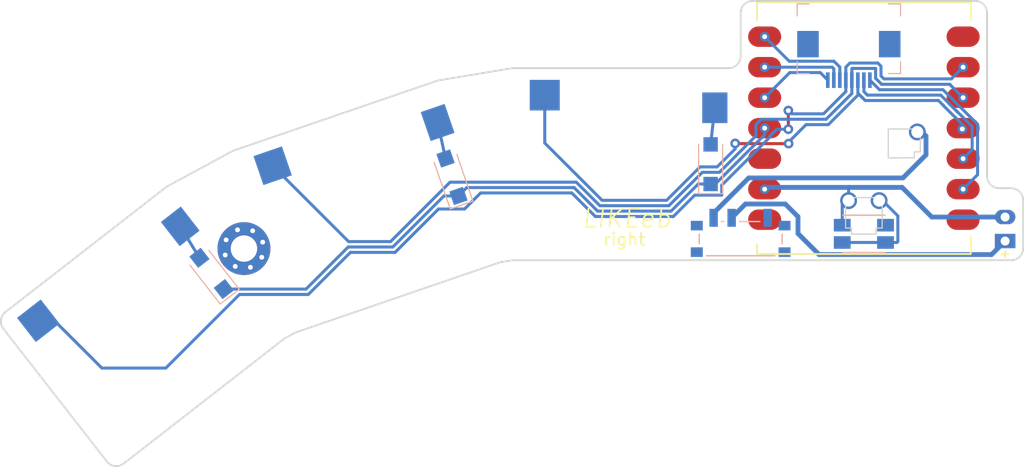
<source format=kicad_pcb>
(kicad_pcb (version 20221018) (generator pcbnew)
  (title_block (title "right_thumbs") (rev "rev1.2") (company "nikservik"))
  (layers (0 "F.Cu" signal) (31 "B.Cu" signal) (34 "B.Paste" user) (35 "F.Paste" user) (36 "B.SilkS" user "B.Silkscreen") (37 "F.SilkS" user "F.Silkscreen") (38 "B.Mask" user) (39 "F.Mask" user) (44 "Edge.Cuts" user))
  (net 0 "")
  (net 1 "CT8")
  (net 2 "RRT4")
  (net 3 "S1_s2d")
  (net 4 "CT7")
  (net 5 "S2_s2d")
  (net 6 "CT6")
  (net 7 "S3_s2d")
  (net 8 "RP0")
  (net 9 "CT10")
  (net 10 "CT9")
  (net 11 "RP6")
  (net 12 "RRT1")
  (net 13 "RRT2")
  (net 14 "RRT3")
  (net 15 "RRAW3V3")
  (net 16 "RGND")
  (net 17 "RRAW5V")
  (net 18 "RBATP")
  (net 19 "RRST")
  (net 20 "RBAT_P")
  (footprint "power_switch" (layer "F.Cu") (at 145.291967 48.08441 -90)
    (fp_text reference "" (at 0 0 -90) (layer "F.SilkS") (effects (font (size 1.27 1.27))))
    (fp_text value "" (at 0 0 -90) (layer "F.SilkS") (effects (font (size 1.27 1.27))))
    (fp_line (start -1.425 -1.6) (end -1.425 0.1) (stroke (width 0.12)) (layer "B.SilkS"))
    (fp_line (start -1.425 1.4) (end -1.425 1.6) (stroke (width 0.12)) (layer "B.SilkS"))
    (fp_line (start -0.375 -3.45) (end 0.415 -3.45) (stroke (width 0.12)) (layer "B.SilkS"))
    (fp_line (start 0.415 3.45) (end -0.375 3.45) (stroke (width 0.12)) (layer "B.SilkS"))
    (fp_line (start 1.425 -2.85) (end 1.425 2.85) (stroke (width 0.12)) (layer "B.SilkS"))
    (pad "" smd rect (at -1.085 -3.65 180) (size 1 0.8) (layers "B.Cu" "B.Paste" "B.Mask"))
    (pad "" smd rect (at -1.085 3.65 180) (size 1 0.8) (layers "B.Cu" "B.Paste" "B.Mask"))
    (pad "" np_thru_hole circle (at 0.025 -1.5) (size 0.9 0.9) (drill 0.9) (layers "*.Cu" "*.Mask"))
    (pad "" np_thru_hole circle (at 0.025 1.5) (size 0.9 0.9) (drill 0.9) (layers "*.Cu" "*.Mask"))
    (pad "" smd rect (at 1.125 -3.65 180) (size 1 0.8) (layers "B.Cu" "B.Paste" "B.Mask"))
    (pad "" smd rect (at 1.125 3.65 180) (size 1 0.8) (layers "B.Cu" "B.Paste" "B.Mask"))
    (pad "4" smd rect (at -1.735 2.25 180) (size 0.7 1.5) (layers "B.Cu" "B.Paste" "B.Mask") (net 18 "RBATP"))
    (pad "5" smd rect (at -1.735 0.75 180) (size 0.7 1.5) (layers "B.Cu" "B.Paste" "B.Mask") (net 20 "RBAT_P"))
    (pad "6" smd rect (at -1.735 -2.25 180) (size 0.7 1.5) (layers "B.Cu" "B.Paste" "B.Mask"))
  )
  (footprint "BatteryPad" (layer "F.Cu") (at 167.291967 47.28441 90)
    (fp_text reference "BAT1" hide)
    (fp_text value "" hide)
    (fp_line (start -2.1 -0.25) (end -2.1 0.25) (stroke (width 0.15)) (layer "F.SilkS"))
    (fp_line (start -1.85 0) (end -2.35 0) (stroke (width 0.15)) (layer "F.SilkS"))
    (pad "1" thru_hole rect (at -1 0 90) (size 1.2 1.7) (drill 0.75) (layers "*.Cu" "*.Mask") (net 20 "RBAT_P"))
    (pad "2" thru_hole oval (at 1 0 90) (size 1.2 1.7) (drill 0.75) (layers "*.Cu" "*.Mask") (net 16 "RGND"))
  )
  (footprint "GateronLowProfileSwitch" (layer "F.Cu") (at 95.359531 55.589614 37.904)
    (fp_text reference "S3" hide)
    (fp_text value "" hide)
    (pad "" np_thru_hole circle (at -2.6 -5.75) (size 3 3) (drill 3) (layers "*.Cu" "*.Mask"))
    (pad "" np_thru_hole circle (at 0 0) (size 5.1 5.1) (drill 5.1) (layers "*.Cu" "*.Mask"))
    (pad "" np_thru_hole circle (at 4.4 -4.7) (size 3 3) (drill 3) (layers "*.Cu" "*.Mask"))
    (pad "1" smd rect (at -6.3 -5.75 37.904) (size 2.5 2.55) (layers "B.Cu" "B.Paste" "B.Mask") (net 6 "CT6"))
    (pad "2" smd rect (at 7.85 -4.7 37.904) (size 2.1 2.55) (layers "B.Cu" "B.Paste" "B.Mask") (net 7 "S3_s2d"))
  )
  (footprint "GateronLowProfileSwitch" (layer "F.Cu") (at 135.291967 41.88441)
    (fp_text reference "S1" hide)
    (fp_text value "" hide)
    (pad "" np_thru_hole circle (at -2.6 -5.75) (size 3 3) (drill 3) (layers "*.Cu" "*.Mask"))
    (pad "" np_thru_hole circle (at 0 0) (size 5.1 5.1) (drill 5.1) (layers "*.Cu" "*.Mask"))
    (pad "" np_thru_hole circle (at 4.4 -4.7) (size 3 3) (drill 3) (layers "*.Cu" "*.Mask"))
    (pad "1" smd rect (at -6.3 -5.75) (size 2.5 2.55) (layers "B.Cu" "B.Paste" "B.Mask") (net 1 "CT8"))
    (pad "2" smd rect (at 7.85 -4.7) (size 2.1 2.55) (layers "B.Cu" "B.Paste" "B.Mask") (net 3 "S1_s2d"))
  )
  (footprint "sw_reset_side" (layer "F.Cu") (at 155.541967 47.68441 -90)
    (fp_text reference "SW2" hide)
    (fp_text value "" (at 0 0 -90) (layer "F.SilkS") (effects (font (size 1.27 1.27))))
    (fp_line (start -1.55 -1.75) (end -1.55 1.75) (stroke (width 0.12)) (layer "B.SilkS"))
    (fp_line (start 1.55 1.75) (end 1.55 -1.75) (stroke (width 0.12)) (layer "B.SilkS"))
    (pad "1" smd rect (at -0.72 -1.8 180) (size 1.4 1.05) (layers "B.Cu" "B.Paste" "B.Mask") (net 16 "RGND"))
    (pad "1" smd rect (at -0.72 1.8 180) (size 1.4 1.05) (layers "B.Cu" "B.Paste" "B.Mask") (net 16 "RGND"))
    (pad "2" smd rect (at 0.72 -1.8 180) (size 1.4 1.05) (layers "B.Cu" "B.Paste" "B.Mask") (net 19 "RRST"))
    (pad "2" smd rect (at 0.72 1.8 180) (size 1.4 1.05) (layers "B.Cu" "B.Paste" "B.Mask") (net 19 "RRST"))
  )
  (footprint "Seeeduino XIAO nRF52840" (layer "F.Cu") (at 155.541967 38.88441 180)
    (fp_text reference "_1" hide)
    (fp_text value "" hide)
    (fp_line (start -8.89 -10.48) (end -8.89 -9) (stroke (width 0.15)) (layer "F.SilkS"))
    (fp_line (start -8.89 10.48) (end -8.89 9) (stroke (width 0.15)) (layer "F.SilkS"))
    (fp_line (start -8.89 10.48) (end 8.89 10.48) (stroke (width 0.15)) (layer "F.SilkS"))
    (fp_line (start 8.89 -10.48) (end -8.89 -10.48) (stroke (width 0.15)) (layer "F.SilkS"))
    (fp_line (start 8.89 -10.48) (end 8.89 -9) (stroke (width 0.15)) (layer "F.SilkS"))
    (fp_line (start 8.89 10.48) (end 8.89 9) (stroke (width 0.15)) (layer "F.SilkS"))
    (fp_line (start -4.695 -1.972) (end -4.195 -1.972) (stroke (width 0.1)) (layer "Edge.Cuts"))
    (fp_line (start -4.695 -0.567) (end -4.695 -1.972) (stroke (width 0.1)) (layer "Edge.Cuts"))
    (fp_line (start -4.195 -2.472) (end -2.032 -2.472) (stroke (width 0.1)) (layer "Edge.Cuts"))
    (fp_line (start -4.195 -1.972) (end -4.195 -2.472) (stroke (width 0.1)) (layer "Edge.Cuts"))
    (fp_line (start -4.195 -0.567) (end -4.695 -0.567) (stroke (width 0.1)) (layer "Edge.Cuts"))
    (fp_line (start -4.195 -0.067) (end -4.195 -0.567) (stroke (width 0.1)) (layer "Edge.Cuts"))
    (fp_line (start -2.032 -2.472) (end -2.032 -0.067) (stroke (width 0.1)) (layer "Edge.Cuts"))
    (fp_line (start -2.032 -0.067) (end -4.195 -0.067) (stroke (width 0.1)) (layer "Edge.Cuts"))
    (fp_line (start -1.52 -8.322) (end -1.02 -8.322) (stroke (width 0.1)) (layer "Edge.Cuts"))
    (fp_line (start -1.52 -6.282) (end -1.52 -8.322) (stroke (width 0.1)) (layer "Edge.Cuts"))
    (fp_line (start -1.02 -8.822) (end 1.02 -8.822) (stroke (width 0.1)) (layer "Edge.Cuts"))
    (fp_line (start -1.02 -8.322) (end -1.02 -8.822) (stroke (width 0.1)) (layer "Edge.Cuts"))
    (fp_line (start -1.02 -6.282) (end -1.52 -6.282) (stroke (width 0.1)) (layer "Edge.Cuts"))
    (fp_line (start -1.02 -5.782) (end -1.02 -6.282) (stroke (width 0.1)) (layer "Edge.Cuts"))
    (fp_line (start 1.02 -8.822) (end 1.02 -8.322) (stroke (width 0.1)) (layer "Edge.Cuts"))
    (fp_line (start 1.02 -8.322) (end 1.52 -8.322) (stroke (width 0.1)) (layer "Edge.Cuts"))
    (fp_line (start 1.02 -6.282) (end 1.02 -5.782) (stroke (width 0.1)) (layer "Edge.Cuts"))
    (fp_line (start 1.02 -5.782) (end -1.02 -5.782) (stroke (width 0.1)) (layer "Edge.Cuts"))
    (fp_line (start 1.52 -8.322) (end 1.52 -6.282) (stroke (width 0.1)) (layer "Edge.Cuts"))
    (fp_line (start 1.52 -6.282) (end 1.02 -6.282) (stroke (width 0.1)) (layer "Edge.Cuts"))
    (pad "" thru_hole circle (at -4.445 -0.317) (size 1.4 1.4) (drill 1) (layers "*.Cu" "*.Mask") (net 18 "RBATP"))
    (pad "" thru_hole circle (at -1.27 -6.033) (size 1.4 1.4) (drill 1) (layers "*.Cu" "*.Mask") (net 19 "RRST"))
    (pad "" thru_hole circle (at 1.27 -6.033) (size 1.4 1.4) (drill 1) (layers "*.Cu" "*.Mask") (net 16 "RGND"))
    (pad "1" smd oval (at -8.255 -7.62 180) (size 2.75 1.7) (layers "F.Cu" "F.Paste" "F.Mask") (net 8 "RP0"))
    (pad "2" smd oval (at -8.255 -5.08 180) (size 2.75 1.7) (layers "F.Cu" "F.Paste" "F.Mask") (net 9 "CT10"))
    (pad "3" smd oval (at -8.255 -2.54 180) (size 2.75 1.7) (layers "F.Cu" "F.Paste" "F.Mask") (net 10 "CT9"))
    (pad "4" smd oval (at -8.255 0 180) (size 2.75 1.7) (layers "F.Cu" "F.Paste" "F.Mask") (net 1 "CT8"))
    (pad "5" smd oval (at -8.255 2.54 180) (size 2.75 1.7) (layers "F.Cu" "F.Paste" "F.Mask") (net 4 "CT7"))
    (pad "6" smd oval (at -8.255 5.08 180) (size 2.75 1.7) (layers "F.Cu" "F.Paste" "F.Mask") (net 6 "CT6"))
    (pad "7" smd oval (at -8.255 7.62 180) (size 2.75 1.7) (layers "F.Cu" "F.Paste" "F.Mask") (net 11 "RP6"))
    (pad "8" smd oval (at 8.255 7.62 180) (size 2.75 1.7) (layers "F.Cu" "F.Paste" "F.Mask") (net 12 "RRT1"))
    (pad "9" smd oval (at 8.255 5.08 180) (size 2.75 1.7) (layers "F.Cu" "F.Paste" "F.Mask") (net 13 "RRT2"))
    (pad "10" smd oval (at 8.255 2.54 180) (size 2.75 1.7) (layers "F.Cu" "F.Paste" "F.Mask") (net 14 "RRT3"))
    (pad "11" smd oval (at 8.255 0 180) (size 2.75 1.7) (layers "F.Cu" "F.Paste" "F.Mask") (net 2 "RRT4"))
    (pad "12" smd oval (at 8.255 -2.54 180) (size 2.75 1.7) (layers "F.Cu" "F.Paste" "F.Mask") (net 15 "RRAW3V3"))
    (pad "13" smd oval (at 8.255 -5.08 180) (size 2.75 1.7) (layers "F.Cu" "F.Paste" "F.Mask") (net 16 "RGND"))
    (pad "14" smd oval (at 8.255 -7.62 180) (size 2.75 1.7) (layers "F.Cu" "F.Paste" "F.Mask") (net 17 "RRAW5V"))
  )
  (footprint "GateronLowProfileSwitch" (layer "F.Cu") (at 114.181967 45.40441 18.952)
    (fp_text reference "S2" hide)
    (fp_text value "" hide)
    (pad "" np_thru_hole circle (at -2.6 -5.75) (size 3 3) (drill 3) (layers "*.Cu" "*.Mask"))
    (pad "" np_thru_hole circle (at 0 0) (size 5.1 5.1) (drill 5.1) (layers "*.Cu" "*.Mask"))
    (pad "" np_thru_hole circle (at 4.4 -4.7) (size 3 3) (drill 3) (layers "*.Cu" "*.Mask"))
    (pad "1" smd rect (at -6.3 -5.75 18.952) (size 2.5 2.55) (layers "B.Cu" "B.Paste" "B.Mask") (net 4 "CT7"))
    (pad "2" smd rect (at 7.85 -4.7 18.952) (size 2.1 2.55) (layers "B.Cu" "B.Paste" "B.Mask") (net 5 "S2_s2d"))
  )
  (footprint "MountingHole_2.2mm_M2_Pad_Via" (layer "F.Cu") (at 103.967424 48.91199 18.952)
    (fp_text reference "_3" hide)
    (fp_text value "" (at 0 0 18.952) (layer "F.SilkS") (effects (font (size 1.27 1.27))))
    (pad "1" thru_hole circle (at -1.65 0) (size 0.7 0.7) (drill 0.4) (layers "*.Cu" "*.Mask"))
    (pad "1" thru_hole circle (at -1.166726 -1.166726) (size 0.7 0.7) (drill 0.4) (layers "*.Cu" "*.Mask"))
    (pad "1" thru_hole circle (at -1.166726 1.166726) (size 0.7 0.7) (drill 0.4) (layers "*.Cu" "*.Mask"))
    (pad "1" thru_hole circle (at 0 -1.65) (size 0.7 0.7) (drill 0.4) (layers "*.Cu" "*.Mask"))
    (pad "1" thru_hole circle (at 0 0) (size 4.4 4.4) (drill 2.2) (layers "*.Cu" "*.Mask"))
    (pad "1" thru_hole circle (at 0 1.65) (size 0.7 0.7) (drill 0.4) (layers "*.Cu" "*.Mask"))
    (pad "1" thru_hole circle (at 1.166726 -1.166726) (size 0.7 0.7) (drill 0.4) (layers "*.Cu" "*.Mask"))
    (pad "1" thru_hole circle (at 1.166726 1.166726) (size 0.7 0.7) (drill 0.4) (layers "*.Cu" "*.Mask"))
    (pad "1" thru_hole circle (at 1.65 0) (size 0.7 0.7) (drill 0.4) (layers "*.Cu" "*.Mask"))
  )
  (footprint "SmdDiode" (layer "B.Cu") (at 95.359531 55.589614 37.904)
    (fp_text reference "" (at 0 0 37.904) (layer "F.SilkS") (effects (font (size 1.27 1.27))))
    (fp_text value "" (at 0 0 37.904) (layer "F.SilkS") (effects (font (size 1.27 1.27))))
    (fp_line (start 6.5 2.45) (end 6.5 -1.65) (stroke (width 0.1)) (layer "B.SilkS"))
    (fp_line (start 8.5 -1.65) (end 8.5 2.45) (stroke (width 0.1)) (layer "B.SilkS"))
    (fp_line (start 8.5 2.45) (end 6.5 2.45) (stroke (width 0.1)) (layer "B.SilkS"))
    (pad "1" smd rect (at 7.5 -1.65 37.904) (size 1.2 1.2) (layers "B.Cu" "B.Paste" "B.Mask") (net 7 "S3_s2d"))
    (pad "2" smd rect (at 7.5 1.65 37.904) (size 1.2 1.2) (layers "B.Cu" "B.Paste" "B.Mask") (net 2 "RRT4"))
  )
  (footprint "SmdDiode" (layer "B.Cu") (at 114.181967 45.40441 18.952)
    (fp_text reference "" (at 0 0 18.952) (layer "F.SilkS") (effects (font (size 1.27 1.27))))
    (fp_text value "" (at 0 0 18.952) (layer "F.SilkS") (effects (font (size 1.27 1.27))))
    (fp_line (start 6.5 2.45) (end 6.5 -1.65) (stroke (width 0.1)) (layer "B.SilkS"))
    (fp_line (start 8.5 -1.65) (end 8.5 2.45) (stroke (width 0.1)) (layer "B.SilkS"))
    (fp_line (start 8.5 2.45) (end 6.5 2.45) (stroke (width 0.1)) (layer "B.SilkS"))
    (pad "1" smd rect (at 7.5 -1.65 18.952) (size 1.2 1.2) (layers "B.Cu" "B.Paste" "B.Mask") (net 5 "S2_s2d"))
    (pad "2" smd rect (at 7.5 1.65 18.952) (size 1.2 1.2) (layers "B.Cu" "B.Paste" "B.Mask") (net 2 "RRT4"))
  )
  (footprint "HKW FPC Socket" (layer "B.Cu") (at 154.291967 31.88441)
    (fp_text reference "_2" hide)
    (fp_text value "" hide)
    (fp_line (start -4.3 -3.35) (end -4.3 -2.35) (stroke (width 0.1)) (layer "B.SilkS"))
    (fp_line (start -4.3 -3.35) (end -3.3 -3.35) (stroke (width 0.1)) (layer "B.SilkS"))
    (fp_line (start -4.3 2.45) (end -4.3 1.45) (stroke (width 0.1)) (layer "B.SilkS"))
    (fp_line (start -4.3 2.45) (end -3.3 2.45) (stroke (width 0.1)) (layer "B.SilkS"))
    (fp_line (start 4.3 -3.35) (end 3.3 -3.35) (stroke (width 0.1)) (layer "B.SilkS"))
    (fp_line (start 4.3 -3.35) (end 4.3 -2.35) (stroke (width 0.1)) (layer "B.SilkS"))
    (fp_line (start 4.3 2.45) (end 3.3 2.45) (stroke (width 0.1)) (layer "B.SilkS"))
    (fp_line (start 4.3 2.45) (end 4.3 1.45) (stroke (width 0.1)) (layer "B.SilkS"))
    (pad "" smd rect (at -3.4 0) (size 1.8 2.2) (layers "B.Cu" "B.Paste" "B.Mask"))
    (pad "" smd rect (at 3.4 0) (size 1.8 2.2) (layers "B.Cu" "B.Paste" "B.Mask"))
    (pad "1" smd rect (at -1.75 3) (size 0.3 1.3) (layers "B.Cu" "B.Paste" "B.Mask") (net 14 "RRT3"))
    (pad "2" smd rect (at -1.25 3) (size 0.3 1.3) (layers "B.Cu" "B.Paste" "B.Mask") (net 13 "RRT2"))
    (pad "3" smd rect (at -0.75 3) (size 0.3 1.3) (layers "B.Cu" "B.Paste" "B.Mask") (net 12 "RRT1"))
    (pad "4" smd rect (at -0.25 3) (size 0.3 1.3) (layers "B.Cu" "B.Paste" "B.Mask") (net 6 "CT6"))
    (pad "5" smd rect (at 0.25 3) (size 0.3 1.3) (layers "B.Cu" "B.Paste" "B.Mask") (net 4 "CT7"))
    (pad "6" smd rect (at 0.75 3) (size 0.3 1.3) (layers "B.Cu" "B.Paste" "B.Mask") (net 1 "CT8"))
    (pad "7" smd rect (at 1.25 3) (size 0.3 1.3) (layers "B.Cu" "B.Paste" "B.Mask") (net 10 "CT9"))
    (pad "8" smd rect (at 1.75 3) (size 0.3 1.3) (layers "B.Cu" "B.Paste" "B.Mask") (net 9 "CT10"))
  )
  (footprint "SmdDiode" (layer "B.Cu") (at 135.291967 41.88441)
    (fp_text reference "" (at 0 0) (layer "F.SilkS") (effects (font (size 1.27 1.27))))
    (fp_text value "" (at 0 0) (layer "F.SilkS") (effects (font (size 1.27 1.27))))
    (fp_line (start 6.5 2.45) (end 6.5 -1.65) (stroke (width 0.1)) (layer "B.SilkS"))
    (fp_line (start 8.5 -1.65) (end 8.5 2.45) (stroke (width 0.1)) (layer "B.SilkS"))
    (fp_line (start 8.5 2.45) (end 6.5 2.45) (stroke (width 0.1)) (layer "B.SilkS"))
    (pad "1" smd rect (at 7.5 -1.65) (size 1.2 1.2) (layers "B.Cu" "B.Paste" "B.Mask") (net 3 "S1_s2d"))
    (pad "2" smd rect (at 7.5 1.65) (size 1.2 1.2) (layers "B.Cu" "B.Paste" "B.Mask") (net 2 "RRT4"))
  )
  (gr_line (start 126.291967 49.88441) (end 167.791967 49.88441) (stroke (width 0.15)) (layer "Edge.Cuts"))
  (gr_line (start 168.791967 48.88441) (end 168.791967 44.88441) (stroke (width 0.15)) (layer "Edge.Cuts"))
  (gr_line (start 97.619334 43.708673) (end 102.998975 40.80035) (stroke (width 0.15)) (layer "Edge.Cuts"))
  (gr_arc (start 166.791967 43.88441) (mid 166.08486 43.591517) (end 165.791967 42.88441) (stroke (width 0.15)) (layer "Edge.Cuts"))
  (gr_line (start 83.957778 55.595388) (end 92.558542 66.641965) (stroke (width 0.15)) (layer "Edge.Cuts"))
  (gr_arc (start 120.017226 34.942107) (mid 120.096725 34.918445) (end 120.177912 34.901453) (stroke (width 0.15)) (layer "Edge.Cuts"))
  (gr_arc (start 107.308867 56.424857) (mid 107.377573 56.375875) (end 107.450164 56.332859) (stroke (width 0.15)) (layer "Edge.Cuts"))
  (gr_line (start 108.268056 55.893721) (end 107.450164 56.332859) (stroke (width 0.15)) (layer "Edge.Cuts"))
  (gr_line (start 126.374572 33.88441) (end 144.291967 33.88441) (stroke (width 0.15)) (layer "Edge.Cuts"))
  (gr_line (start 164.791967 28.28441) (end 146.291967 28.28441) (stroke (width 0.15)) (layer "Edge.Cuts"))
  (gr_arc (start 93.961923 66.816666) (mid 93.224051 67.019965) (end 92.558542 66.641965) (stroke (width 0.15)) (layer "Edge.Cuts"))
  (gr_arc (start 102.998975 40.800349) (mid 103.073008 40.764184) (end 103.149768 40.734237) (stroke (width 0.15)) (layer "Edge.Cuts"))
  (gr_line (start 165.791967 42.88441) (end 165.791967 29.28441) (stroke (width 0.15)) (layer "Edge.Cuts"))
  (gr_line (start 167.791967 43.88441) (end 166.791967 43.88441) (stroke (width 0.15)) (layer "Edge.Cuts"))
  (gr_arc (start 167.791967 43.88441) (mid 168.499074 44.177303) (end 168.791967 44.88441) (stroke (width 0.15)) (layer "Edge.Cuts"))
  (gr_arc (start 168.791967 48.88441) (mid 168.499074 49.591517) (end 167.791967 49.88441) (stroke (width 0.15)) (layer "Edge.Cuts"))
  (gr_arc (start 164.791967 28.28441) (mid 165.499074 28.577303) (end 165.791967 29.28441) (stroke (width 0.15)) (layer "Edge.Cuts"))
  (gr_arc (start 145.291967 29.28441) (mid 145.58486 28.577303) (end 146.291967 28.28441) (stroke (width 0.15)) (layer "Edge.Cuts"))
  (gr_line (start 97.480562 43.799311) (end 84.132479 54.192007) (stroke (width 0.15)) (layer "Edge.Cuts"))
  (gr_line (start 120.017226 34.942107) (end 103.149768 40.734237) (stroke (width 0.15)) (layer "Edge.Cuts"))
  (gr_arc (start 125.212274 50.075232) (mid 125.293164 50.051219) (end 125.375791 50.034111) (stroke (width 0.15)) (layer "Edge.Cuts"))
  (gr_line (start 126.291967 49.88441) (end 125.375791 50.034111) (stroke (width 0.15)) (layer "Edge.Cuts"))
  (gr_arc (start 145.291967 32.88441) (mid 144.999074 33.591517) (end 144.291967 33.88441) (stroke (width 0.15)) (layer "Edge.Cuts"))
  (gr_line (start 120.177912 34.901453) (end 126.210482 33.897965) (stroke (width 0.15)) (layer "Edge.Cuts"))
  (gr_line (start 108.268056 55.893721) (end 125.212275 50.075232) (stroke (width 0.15)) (layer "Edge.Cuts"))
  (gr_arc (start 97.480562 43.79931) (mid 97.548067 43.751111) (end 97.619334 43.708673) (stroke (width 0.15)) (layer "Edge.Cuts"))
  (gr_line (start 93.961923 66.816666) (end 107.308867 56.424857) (stroke (width 0.15)) (layer "Edge.Cuts"))
  (gr_line (start 145.291967 29.28441) (end 145.291967 32.88441) (stroke (width 0.15)) (layer "Edge.Cuts"))
  (gr_arc (start 126.210482 33.897965) (mid 126.292248 33.887805) (end 126.374572 33.88441) (stroke (width 0.15)) (layer "Edge.Cuts"))
  (gr_arc (start 83.957778 55.595388) (mid 83.754479 54.857516) (end 84.132479 54.192007) (stroke (width 0.15)) (layer "Edge.Cuts"))
  (gr_text "right" (at 133.77 48.73) (layer "F.SilkS") (effects (font (size 1 1)) (justify left bottom)))
  (gr_text "LIKEeb" (at 132 47.28) (layer "F.SilkS") (effects (font (size 1.5 1.5) (thickness 0.15) italic) (justify left bottom)))
  (segment (start 144.85 40.17) (end 144.835 40.155) (width 0.25) (layer "F.Cu") (net 1))
  (segment (start 149.28 40.17) (end 144.85 40.17) (width 0.25) (layer "F.Cu") (net 1))
  (via (at 163.730191 38.951186) (size 0.8) (drill 0.4) (layers "F.Cu" "B.Cu") (net 1))
  (via (at 149.28 40.17) (size 0.8) (drill 0.4) (layers "F.Cu" "B.Cu") (net 1))
  (via (at 144.835 40.155) (size 0.8) (drill 0.4) (layers "F.Cu" "B.Cu") (net 1))
  (segment (start 149.28 40.17) (end 149.28 40.04) (width 0.25) (layer "B.Cu") (net 1))
  (segment (start 155.651161 36.58) (end 161.747208 36.58) (width 0.25) (layer "B.Cu") (net 1))
  (segment (start 152.586396 38.59) (end 155.123778 36.052618) (width 0.25) (layer "B.Cu") (net 1))
  (segment (start 155.041967 35.970806) (end 155.45058 36.37942) (width 0.25) (layer "B.Cu") (net 1))
  (segment (start 155.041967 34.88441) (end 155.041967 35.970806) (width 0.25) (layer "B.Cu") (net 1))
  (segment (start 144.835 40.155) (end 144.835 40.608604) (width 0.25) (layer "B.Cu") (net 1))
  (segment (start 161.747208 36.58) (end 162.171967 37.004759) (width 0.25) (layer "B.Cu") (net 1))
  (segment (start 144.835 40.608604) (end 143.333604 42.11) (width 0.25) (layer "B.Cu") (net 1))
  (segment (start 163.730191 38.562983) (end 163.730191 38.951186) (width 0.25) (layer "B.Cu") (net 1))
  (segment (start 162.171967 37.017507) (end 163.12387 37.96941) (width 0.25) (layer "B.Cu") (net 1))
  (segment (start 133.76 44.89) (end 128.991967 40.121967) (width 0.25) (layer "B.Cu") (net 1))
  (segment (start 128.991967 40.121967) (end 128.991967 36.13441) (width 0.25) (layer "B.Cu") (net 1))
  (segment (start 139.133604 44.89) (end 133.76 44.89) (width 0.25) (layer "B.Cu") (net 1))
  (segment (start 141.913604 42.11) (end 139.133604 44.89) (width 0.25) (layer "B.Cu") (net 1))
  (segment (start 155.45058 36.37942) (end 155.651161 36.58) (width 0.25) (layer "B.Cu") (net 1))
  (segment (start 149.28 40.04) (end 150.73 38.59) (width 0.25) (layer "B.Cu") (net 1))
  (segment (start 162.171967 37.004759) (end 162.171967 37.017507) (width 0.25) (layer "B.Cu") (net 1))
  (segment (start 150.73 38.59) (end 152.586396 38.59) (width 0.25) (layer "B.Cu") (net 1))
  (segment (start 163.12387 37.96941) (end 163.136618 37.96941) (width 0.25) (layer "B.Cu") (net 1))
  (segment (start 163.136618 37.96941) (end 163.730191 38.562983) (width 0.25) (layer "B.Cu") (net 1))
  (segment (start 143.333604 42.11) (end 141.913604 42.11) (width 0.25) (layer "B.Cu") (net 1))
  (segment (start 155.123778 36.052618) (end 155.45058 36.37942) (width 0.25) (layer "B.Cu") (net 1))
  (via (at 147.286967 38.88441) (size 0.8) (drill 0.4) (layers "F.Cu" "B.Cu") (net 2))
  (segment (start 142.791967 43.53441) (end 143.181986 43.53441) (width 0.25) (layer "B.Cu") (net 2))
  (segment (start 102.291001 52.28398) (end 109.13602 52.28398) (width 0.25) (layer "B.Cu") (net 2))
  (segment (start 112.64059 48.77941) (end 116.3539 48.77941) (width 0.25) (layer "B.Cu") (net 2))
  (segment (start 141.761986 43.53441) (end 142.791967 43.53441) (width 0.25) (layer "B.Cu") (net 2))
  (segment (start 147.286967 39.429429) (end 147.286967 38.88441) (width 0.25) (layer "B.Cu") (net 2))
  (segment (start 116.3539 48.77941) (end 120.604164 44.529146) (width 0.25) (layer "B.Cu") (net 2))
  (segment (start 122.510426 43.83) (end 131.427208 43.83) (width 0.25) (layer "B.Cu") (net 2))
  (segment (start 143.181986 43.53441) (end 147.286967 39.429429) (width 0.25) (layer "B.Cu") (net 2))
  (segment (start 133.387208 45.79) (end 139.506396 45.79) (width 0.25) (layer "B.Cu") (net 2))
  (segment (start 109.13602 52.28398) (end 112.64059 48.77941) (width 0.25) (layer "B.Cu") (net 2))
  (segment (start 121.81128 44.529146) (end 122.510426 43.83) (width 0.25) (layer "B.Cu") (net 2))
  (segment (start 120.604164 44.529146) (end 121.81128 44.529146) (width 0.25) (layer "B.Cu") (net 2))
  (segment (start 131.427208 43.83) (end 133.387208 45.79) (width 0.25) (layer "B.Cu") (net 2))
  (segment (start 139.506396 45.79) (end 141.761986 43.53441) (width 0.25) (layer "B.Cu") (net 2))
  (segment (start 143.141967 37.18441) (end 142.791967 40.23441) (width 0.25) (layer "B.Cu") (net 3))
  (via (at 163.796967 36.34441) (size 0.8) (drill 0.4) (layers "F.Cu" "B.Cu") (net 4))
  (segment (start 133.573604 45.34) (end 139.32 45.34) (width 0.25) (layer "B.Cu") (net 4))
  (segment (start 156.516967 33.90941) (end 156.516967 34.723014) (width 0.25) (layer "B.Cu") (net 4))
  (segment (start 154.541967 33.93441) (end 154.566967 33.90941) (width 0.25) (layer "B.Cu") (net 4))
  (segment (start 152.4 38.14) (end 154.541967 35.998033) (width 0.25) (layer "B.Cu") (net 4))
  (segment (start 139.32 45.34) (end 142.1 42.56) (width 0.25) (layer "B.Cu") (net 4))
  (segment (start 156.516967 34.723014) (end 157.023953 35.23) (width 0.25) (layer "B.Cu") (net 4))
  (segment (start 162.682557 35.23) (end 163.796967 36.34441) (width 0.25) (layer "B.Cu") (net 4))
  (segment (start 143.52 42.56) (end 146.561967 39.518033) (width 0.25) (layer "B.Cu") (net 4))
  (segment (start 106.356022 42.0122) (end 112.673232 48.32941) (width 0.25) (layer "B.Cu") (net 4))
  (segment (start 154.541967 34.88441) (end 154.541967 33.93441) (width 0.25) (layer "B.Cu") (net 4))
  (segment (start 146.561967 39.518033) (end 146.561967 38.584105) (width 0.25) (layer "B.Cu") (net 4))
  (segment (start 147.006072 38.14) (end 152.4 38.14) (width 0.25) (layer "B.Cu") (net 4))
  (segment (start 154.566967 33.90941) (end 156.516967 33.90941) (width 0.25) (layer "B.Cu") (net 4))
  (segment (start 142.1 42.56) (end 143.52 42.56) (width 0.25) (layer "B.Cu") (net 4))
  (segment (start 146.561967 38.584105) (end 147.006072 38.14) (width 0.25) (layer "B.Cu") (net 4))
  (segment (start 116.167504 48.32941) (end 121.116914 43.38) (width 0.25) (layer "B.Cu") (net 4))
  (segment (start 121.116914 43.38) (end 131.613604 43.38) (width 0.25) (layer "B.Cu") (net 4))
  (segment (start 157.023953 35.23) (end 162.682557 35.23) (width 0.25) (layer "B.Cu") (net 4))
  (segment (start 131.613604 43.38) (end 133.573604 45.34) (width 0.25) (layer "B.Cu") (net 4))
  (segment (start 112.673232 48.32941) (end 116.167504 48.32941) (width 0.25) (layer "B.Cu") (net 4))
  (segment (start 154.541967 35.998033) (end 154.541967 34.88441) (width 0.25) (layer "B.Cu") (net 4))
  (segment (start 120.07998 38.409701) (end 120.739519 41.408036) (width 0.25) (layer "B.Cu") (net 5))
  (segment (start 149.258792 37.4155) (end 149.258792 38.972438) (width 0.25) (layer "F.Cu") (net 6))
  (via (at 149.258792 37.4155) (size 0.8) (drill 0.4) (layers "F.Cu" "B.Cu") (net 6))
  (via (at 163.796967 33.80441) (size 0.8) (drill 0.4) (layers "F.Cu" "B.Cu") (net 6))
  (via (at 149.258792 38.972438) (size 0.8) (drill 0.4) (layers "F.Cu" "B.Cu") (net 6))
  (segment (start 120.15322 45.616486) (end 122.31851 45.616486) (width 0.25) (layer "B.Cu") (net 6))
  (segment (start 156.966967 34.536618) (end 157.210349 34.78) (width 0.25) (layer "B.Cu") (net 6))
  (segment (start 86.856115 54.922971) (end 88.202971 54.922971) (width 0.25) (layer "B.Cu") (net 6))
  (segment (start 139.692792 46.24) (end 141.473382 44.45941) (width 0.25) (layer "B.Cu") (net 6))
  (segment (start 156.703363 33.45941) (end 156.966967 33.723014) (width 0.25) (layer "B.Cu") (net 6))
  (segment (start 154.041967 34.88441) (end 154.041967 33.798014) (width 0.25) (layer "B.Cu") (net 6))
  (segment (start 116.540296 49.22941) (end 120.15322 45.616486) (width 0.25) (layer "B.Cu") (net 6))
  (segment (start 131.240812 44.28) (end 133.200812 46.24) (width 0.25) (layer "B.Cu") (net 6))
  (segment (start 156.966967 33.723014) (end 156.966967 34.536618) (width 0.25) (layer "B.Cu") (net 6))
  (segment (start 141.473382 44.45941) (end 143.716967 44.45941) (width 0.25) (layer "B.Cu") (net 6))
  (segment (start 147.736967 39.523033) (end 148.287562 38.972438) (width 0.25) (layer "B.Cu") (net 6))
  (segment (start 143.716967 44.45941) (end 143.716967 43.635825) (width 0.25) (layer "B.Cu") (net 6))
  (segment (start 147.736967 39.615825) (end 147.736967 39.523033) (width 0.25) (layer "B.Cu") (net 6))
  (segment (start 112.826986 49.22941) (end 116.540296 49.22941) (width 0.25) (layer "B.Cu") (net 6))
  (segment (start 97.47 58.86) (end 103.59602 52.73398) (width 0.25) (layer "B.Cu") (net 6))
  (segment (start 143.716967 43.635825) (end 147.736967 39.615825) (width 0.25) (layer "B.Cu") (net 6))
  (segment (start 122.31851 45.616486) (end 123.654996 44.28) (width 0.25) (layer "B.Cu") (net 6))
  (segment (start 123.654996 44.28) (end 131.240812 44.28) (width 0.25) (layer "B.Cu") (net 6))
  (segment (start 92.14 58.86) (end 97.47 58.86) (width 0.25) (layer "B.Cu") (net 6))
  (segment (start 149.258792 37.4155) (end 149.533292 37.69) (width 0.25) (layer "B.Cu") (net 6))
  (segment (start 154.041967 35.83441) (end 154.041967 34.88441) (width 0.25) (layer "B.Cu") (net 6))
  (segment (start 133.200812 46.24) (end 139.692792 46.24) (width 0.25) (layer "B.Cu") (net 6))
  (segment (start 149.533292 37.69) (end 152.186377 37.69) (width 0.25) (layer "B.Cu") (net 6))
  (segment (start 148.287562 38.972438) (end 149.258792 38.972438) (width 0.25) (layer "B.Cu") (net 6))
  (segment (start 109.322416 52.73398) (end 112.826986 49.22941) (width 0.25) (layer "B.Cu") (net 6))
  (segment (start 152.186377 37.69) (end 154.041967 35.83441) (width 0.25) (layer "B.Cu") (net 6))
  (segment (start 157.210349 34.78) (end 162.821377 34.78) (width 0.25) (layer "B.Cu") (net 6))
  (segment (start 154.041967 33.798014) (end 154.380571 33.45941) (width 0.25) (layer "B.Cu") (net 6))
  (segment (start 103.59602 52.73398) (end 109.322416 52.73398) (width 0.25) (layer "B.Cu") (net 6))
  (segment (start 88.202971 54.922971) (end 92.14 58.86) (width 0.25) (layer "B.Cu") (net 6))
  (segment (start 162.821377 34.78) (end 163.796967 33.80441) (width 0.25) (layer "B.Cu") (net 6))
  (segment (start 154.380571 33.45941) (end 156.703363 33.45941) (width 0.25) (layer "B.Cu") (net 6))
  (segment (start 98.666105 47.058549) (end 100.263678 49.680144) (width 0.25) (layer "B.Cu") (net 7))
  (via (at 163.796967 43.96441) (size 0.8) (drill 0.4) (layers "F.Cu" "B.Cu") (net 9))
  (segment (start 163.496662 37.06941) (end 163.50941 37.06941) (width 0.25) (layer "B.Cu") (net 9))
  (segment (start 165 38.56) (end 165 42.761377) (width 0.25) (layer "B.Cu") (net 9))
  (segment (start 163.50941 37.06941) (end 165 38.56) (width 0.25) (layer "B.Cu") (net 9))
  (segment (start 165 42.761377) (end 163.796967 43.96441) (width 0.25) (layer "B.Cu") (net 9))
  (segment (start 162.12 35.68) (end 163.071967 36.631967) (width 0.25) (layer "B.Cu") (net 9))
  (segment (start 156.041967 34.88441) (end 156.837557 35.68) (width 0.25) (layer "B.Cu") (net 9))
  (segment (start 163.071967 36.644715) (end 163.496662 37.06941) (width 0.25) (layer "B.Cu") (net 9))
  (segment (start 163.071967 36.631967) (end 163.071967 36.644715) (width 0.25) (layer "B.Cu") (net 9))
  (segment (start 156.837557 35.68) (end 162.12 35.68) (width 0.25) (layer "B.Cu") (net 9))
  (via (at 163.796967 41.42441) (size 0.8) (drill 0.4) (layers "F.Cu" "B.Cu") (net 10))
  (segment (start 155.541967 34.88441) (end 155.541967 35.83441) (width 0.25) (layer "B.Cu") (net 10))
  (segment (start 163.310266 37.51941) (end 163.323014 37.51941) (width 0.25) (layer "B.Cu") (net 10))
  (segment (start 155.541967 35.83441) (end 155.837557 36.13) (width 0.25) (layer "B.Cu") (net 10))
  (segment (start 164.55 40.671377) (end 163.796967 41.42441) (width 0.25) (layer "B.Cu") (net 10))
  (segment (start 162.621967 36.831111) (end 163.310266 37.51941) (width 0.25) (layer "B.Cu") (net 10))
  (segment (start 164.55 38.746396) (end 164.55 40.671377) (width 0.25) (layer "B.Cu") (net 10))
  (segment (start 162.621967 36.818363) (end 162.621967 36.831111) (width 0.25) (layer "B.Cu") (net 10))
  (segment (start 163.323014 37.51941) (end 164.55 38.746396) (width 0.25) (layer "B.Cu") (net 10))
  (segment (start 161.933604 36.13) (end 162.621967 36.818363) (width 0.25) (layer "B.Cu") (net 10))
  (segment (start 155.837557 36.13) (end 161.933604 36.13) (width 0.25) (layer "B.Cu") (net 10))
  (via (at 147.286967 31.26441) (size 0.8) (drill 0.4) (layers "F.Cu" "B.Cu") (net 12))
  (segment (start 149.331967 33.30941) (end 147.286967 31.26441) (width 0.25) (layer "B.Cu") (net 12))
  (segment (start 153.541967 33.798014) (end 153.053363 33.30941) (width 0.25) (layer "B.Cu") (net 12))
  (segment (start 153.541967 34.88441) (end 153.541967 33.798014) (width 0.25) (layer "B.Cu") (net 12))
  (segment (start 153.053363 33.30941) (end 149.331967 33.30941) (width 0.25) (layer "B.Cu") (net 12))
  (via (at 147.286967 33.80441) (size 0.8) (drill 0.4) (layers "F.Cu" "B.Cu") (net 13))
  (segment (start 153.041967 34.88441) (end 153.041967 33.93441) (width 0.25) (layer "B.Cu") (net 13))
  (segment (start 152.911967 33.80441) (end 147.286967 33.80441) (width 0.25) (layer "B.Cu") (net 13))
  (segment (start 153.041967 33.93441) (end 152.911967 33.80441) (width 0.25) (layer "B.Cu") (net 13))
  (via (at 147.286967 36.34441) (size 0.8) (drill 0.4) (layers "F.Cu" "B.Cu") (net 14))
  (segment (start 151.911967 34.25441) (end 149.376967 34.25441) (width 0.25) (layer "B.Cu") (net 14))
  (segment (start 149.376967 34.25441) (end 147.286967 36.34441) (width 0.25) (layer "B.Cu") (net 14))
  (segment (start 152.541967 34.88441) (end 151.911967 34.25441) (width 0.25) (layer "B.Cu") (net 14))
  (via (at 147.286967 43.96441) (size 0.8) (drill 0.4) (layers "F.Cu" "B.Cu") (net 16))
  (segment (start 147.433967 43.81741) (end 147.286967 43.96441) (width 0.4) (layer "B.Cu") (net 16))
  (segment (start 161.19441 46.28441) (end 158.72741 43.81741) (width 0.4) (layer "B.Cu") (net 16))
  (segment (start 154.33 43.81741) (end 147.433967 43.81741) (width 0.4) (layer "B.Cu") (net 16))
  (segment (start 154.271967 44.91741) (end 154.271967 43.875443) (width 0.25) (layer "B.Cu") (net 16))
  (segment (start 153.988124 44.91741) (end 154.271967 44.91741) (width 0.25) (layer "B.Cu") (net 16))
  (segment (start 158.72741 43.81741) (end 154.33 43.81741) (width 0.4) (layer "B.Cu") (net 16))
  (segment (start 153.741967 45.163567) (end 153.988124 44.91741) (width 0.25) (layer "B.Cu") (net 16))
  (segment (start 153.741967 46.96441) (end 153.741967 45.163567) (width 0.25) (layer "B.Cu") (net 16))
  (segment (start 167.291967 46.28441) (end 161.19441 46.28441) (width 0.4) (layer "B.Cu") (net 16))
  (segment (start 154.271967 43.875443) (end 154.33 43.81741) (width 0.25) (layer "B.Cu") (net 16))
  (segment (start 160.71 41.11) (end 160.71 39.535534) (width 0.4) (layer "B.Cu") (net 18))
  (segment (start 143.041967 45.94941) (end 145.961377 43.03) (width 0.4) (layer "B.Cu") (net 18))
  (segment (start 160.71 39.535534) (end 160.350876 39.17641) (width 0.4) (layer "B.Cu") (net 18))
  (segment (start 160.350876 39.17641) (end 160.011967 39.17641) (width 0.4) (layer "B.Cu") (net 18))
  (segment (start 145.961377 43.03) (end 158.79 43.03) (width 0.4) (layer "B.Cu") (net 18))
  (segment (start 158.79 43.03) (end 160.71 41.11) (width 0.4) (layer "B.Cu") (net 18))
  (segment (start 143.041967 46.34941) (end 143.041967 45.94941) (width 0.4) (layer "B.Cu") (net 18))
  (segment (start 158.291967 48.40441) (end 158.366967 48.32941) (width 0.25) (layer "B.Cu") (net 19))
  (segment (start 157.09581 44.91741) (end 156.811967 44.91741) (width 0.25) (layer "B.Cu") (net 19))
  (segment (start 157.341967 48.40441) (end 158.291967 48.40441) (width 0.25) (layer "B.Cu") (net 19))
  (segment (start 158.366967 46.188567) (end 157.09581 44.91741) (width 0.25) (layer "B.Cu") (net 19))
  (segment (start 153.741967 48.40441) (end 157.341967 48.40441) (width 0.25) (layer "B.Cu") (net 19))
  (segment (start 158.366967 48.32941) (end 158.366967 46.188567) (width 0.25) (layer "B.Cu") (net 19))
  (segment (start 148.99941 45.19941) (end 145.691967 45.19941) (width 0.4) (layer "B.Cu") (net 20))
  (segment (start 150.06 47.66) (end 150.06 46.26) (width 0.4) (layer "B.Cu") (net 20))
  (segment (start 167.291967 48.28441) (end 166.166377 49.41) (width 0.4) (layer "B.Cu") (net 20))
  (segment (start 151.81 49.41) (end 150.06 47.66) (width 0.4) (layer "B.Cu") (net 20))
  (segment (start 150.06 46.26) (end 148.99941 45.19941) (width 0.4) (layer "B.Cu") (net 20))
  (segment (start 145.691967 45.19941) (end 144.541967 46.34941) (width 0.4) (layer "B.Cu") (net 20))
  (segment (start 166.166377 49.41) (end 151.81 49.41) (width 0.4) (layer "B.Cu") (net 20))
)
</source>
